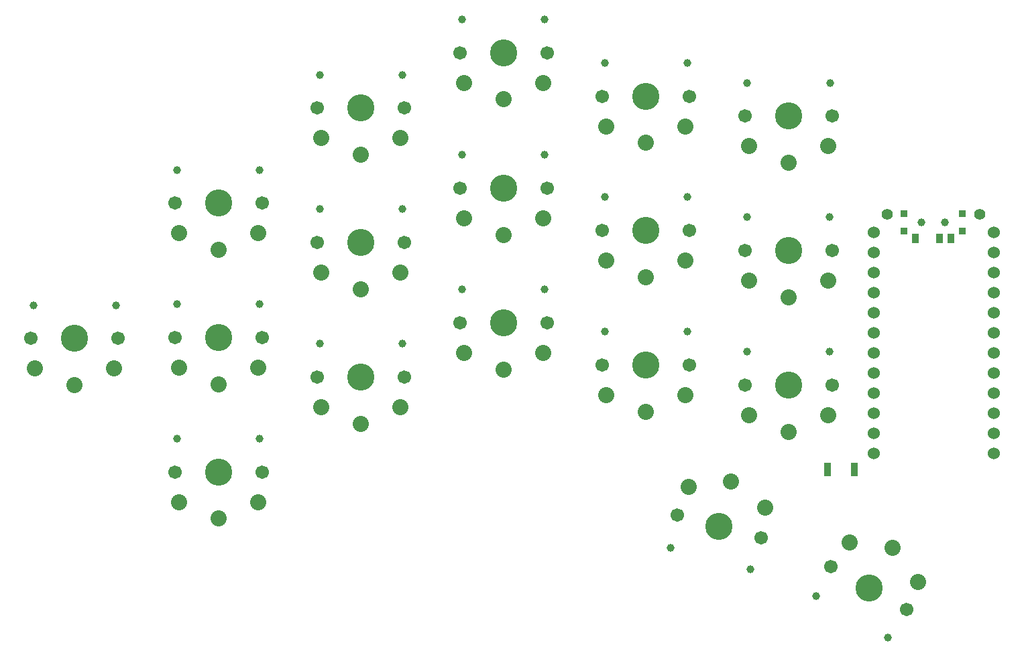
<source format=gbr>
%TF.GenerationSoftware,KiCad,Pcbnew,(6.0.2-0)*%
%TF.CreationDate,2022-03-04T16:27:52-06:00*%
%TF.ProjectId,Exkeylibur,45786b65-796c-4696-9275-722e6b696361,rev?*%
%TF.SameCoordinates,Original*%
%TF.FileFunction,Soldermask,Bot*%
%TF.FilePolarity,Negative*%
%FSLAX46Y46*%
G04 Gerber Fmt 4.6, Leading zero omitted, Abs format (unit mm)*
G04 Created by KiCad (PCBNEW (6.0.2-0)) date 2022-03-04 16:27:52*
%MOMM*%
%LPD*%
G01*
G04 APERTURE LIST*
%ADD10C,0.990600*%
%ADD11C,3.429000*%
%ADD12C,1.701800*%
%ADD13C,2.032000*%
%ADD14C,1.524000*%
%ADD15C,1.397000*%
%ADD16C,1.000000*%
%ADD17R,0.900000X0.900000*%
%ADD18R,0.900000X1.250000*%
%ADD19R,0.900000X1.700000*%
G04 APERTURE END LIST*
D10*
%TO.C,SW7*%
X114975518Y-95304349D03*
D11*
X111020425Y-89896425D03*
D12*
X116333017Y-91319930D03*
X105707833Y-88472920D03*
D10*
X104891252Y-92602278D03*
D13*
X112547457Y-84197463D03*
X116833567Y-87520002D03*
X107174308Y-84931812D03*
%TD*%
D14*
%TO.C,U1*%
X145728935Y-52721212D03*
X145728935Y-55261212D03*
X145728935Y-57801212D03*
X145728935Y-60341212D03*
X145728935Y-62881212D03*
X145728935Y-65421212D03*
X145728935Y-67961212D03*
X145728935Y-70501212D03*
X145728935Y-73041212D03*
X145728935Y-75581212D03*
X145728935Y-78121212D03*
X145728935Y-80661212D03*
X130508935Y-80661212D03*
X130508935Y-78121212D03*
X130508935Y-75581212D03*
X130508935Y-73041212D03*
X130508935Y-70501212D03*
X130508935Y-67961212D03*
X130508935Y-65421212D03*
X130508935Y-62881212D03*
X130508935Y-60341212D03*
X130508935Y-57801212D03*
X130508935Y-55261212D03*
X130508935Y-52721212D03*
%TD*%
D11*
%TO.C,SW16*%
X83795535Y-64151212D03*
D10*
X89015535Y-59951212D03*
D12*
X89295535Y-64151212D03*
D10*
X78575535Y-59951212D03*
D12*
X78295535Y-64151212D03*
D13*
X83795535Y-70051212D03*
X88795535Y-67951212D03*
X78795535Y-67951212D03*
%TD*%
D10*
%TO.C,SW1*%
X132351078Y-103933732D03*
D11*
X129930425Y-97686425D03*
D12*
X134693565Y-100436425D03*
X125167285Y-94936425D03*
D10*
X123309772Y-98713732D03*
D13*
X132880425Y-92576875D03*
X136160552Y-96895528D03*
X127500298Y-91895528D03*
%TD*%
D10*
%TO.C,SW15*%
X71015535Y-66809212D03*
X60575535Y-66809212D03*
D11*
X65795535Y-71009212D03*
D12*
X60295535Y-71009212D03*
X71295535Y-71009212D03*
D13*
X65795535Y-76909212D03*
X70795535Y-74809212D03*
X60795535Y-74809212D03*
%TD*%
D10*
%TO.C,SW13*%
X24440425Y-61916425D03*
D12*
X35160425Y-66116425D03*
D10*
X34880425Y-61916425D03*
D12*
X24160425Y-66116425D03*
D11*
X29660425Y-66116425D03*
D13*
X29660425Y-72016425D03*
X24660425Y-69916425D03*
X34660425Y-69916425D03*
%TD*%
D12*
%TO.C,SW17*%
X96295535Y-69485212D03*
D10*
X96575535Y-65285212D03*
D11*
X101795535Y-69485212D03*
D12*
X107295535Y-69485212D03*
D10*
X107015535Y-65285212D03*
D13*
X101795535Y-75385212D03*
X96795535Y-73285212D03*
X106795535Y-73285212D03*
%TD*%
D11*
%TO.C,SW18*%
X119775535Y-72025212D03*
D10*
X124995535Y-67825212D03*
D12*
X114275535Y-72025212D03*
X125275535Y-72025212D03*
D10*
X114555535Y-67825212D03*
D13*
X119775535Y-77925212D03*
X114775535Y-75825212D03*
X124775535Y-75825212D03*
%TD*%
D11*
%TO.C,SW4*%
X83795535Y-30017212D03*
D10*
X78575535Y-25817212D03*
D12*
X89295535Y-30017212D03*
X78295535Y-30017212D03*
D10*
X89015535Y-25817212D03*
D13*
X83795535Y-35917212D03*
X88795535Y-33817212D03*
X78795535Y-33817212D03*
%TD*%
D10*
%TO.C,SW3*%
X60575535Y-32817212D03*
X71015535Y-32817212D03*
D12*
X71295535Y-37017212D03*
D11*
X65795535Y-37017212D03*
D12*
X60295535Y-37017212D03*
D13*
X65795535Y-42917212D03*
X70795535Y-40817212D03*
X60795535Y-40817212D03*
%TD*%
D11*
%TO.C,SW9*%
X65795535Y-53991212D03*
D10*
X71015535Y-49791212D03*
D12*
X71295535Y-53991212D03*
X60295535Y-53991212D03*
D10*
X60575535Y-49791212D03*
D13*
X65795535Y-59891212D03*
X60795535Y-57791212D03*
X70795535Y-57791212D03*
%TD*%
D11*
%TO.C,SW14*%
X47795535Y-83017212D03*
D12*
X53295535Y-83017212D03*
X42295535Y-83017212D03*
D10*
X42575535Y-78817212D03*
X53015535Y-78817212D03*
D13*
X47795535Y-88917212D03*
X52795535Y-86817212D03*
X42795535Y-86817212D03*
%TD*%
D11*
%TO.C,SW12*%
X119775535Y-55007212D03*
D12*
X125275535Y-55007212D03*
X114275535Y-55007212D03*
D10*
X124995535Y-50807212D03*
X114555535Y-50807212D03*
D13*
X119775535Y-60907212D03*
X124775535Y-58807212D03*
X114775535Y-58807212D03*
%TD*%
D12*
%TO.C,SW11*%
X96295535Y-52467212D03*
D11*
X101795535Y-52467212D03*
D10*
X107015535Y-48267212D03*
X96575535Y-48267212D03*
D12*
X107295535Y-52467212D03*
D13*
X101795535Y-58367212D03*
X96795535Y-56267212D03*
X106795535Y-56267212D03*
%TD*%
D12*
%TO.C,SW8*%
X42295535Y-66017212D03*
D10*
X42575535Y-61817212D03*
D12*
X53295535Y-66017212D03*
D11*
X47795535Y-66017212D03*
D10*
X53015535Y-61817212D03*
D13*
X47795535Y-71917212D03*
X42795535Y-69817212D03*
X52795535Y-69817212D03*
%TD*%
D10*
%TO.C,SW6*%
X125015535Y-33817212D03*
X114575535Y-33817212D03*
D11*
X119795535Y-38017212D03*
D12*
X125295535Y-38017212D03*
X114295535Y-38017212D03*
D13*
X119795535Y-43917212D03*
X124795535Y-41817212D03*
X114795535Y-41817212D03*
%TD*%
D12*
%TO.C,SW5*%
X96295535Y-35517212D03*
D10*
X107015535Y-31317212D03*
X96575535Y-31317212D03*
D12*
X107295535Y-35517212D03*
D11*
X101795535Y-35517212D03*
D13*
X101795535Y-41417212D03*
X96795535Y-39317212D03*
X106795535Y-39317212D03*
%TD*%
D12*
%TO.C,SW2*%
X53295535Y-49017212D03*
D10*
X42575535Y-44817212D03*
D12*
X42295535Y-49017212D03*
D11*
X47795535Y-49017212D03*
D10*
X53015535Y-44817212D03*
D13*
X47795535Y-54917212D03*
X42795535Y-52817212D03*
X52795535Y-52817212D03*
%TD*%
D10*
%TO.C,SW10*%
X89015535Y-42933212D03*
D11*
X83795535Y-47133212D03*
D10*
X78575535Y-42933212D03*
D12*
X78295535Y-47133212D03*
X89295535Y-47133212D03*
D13*
X83795535Y-53033212D03*
X88795535Y-50933212D03*
X78795535Y-50933212D03*
%TD*%
D15*
%TO.C,BT_V1*%
X143905535Y-50435212D03*
%TD*%
%TO.C,BT_GND1*%
X132221535Y-50435212D03*
%TD*%
D16*
%TO.C,PWR_SW1*%
X139566802Y-51454137D03*
X136566802Y-51454137D03*
%TD*%
%TO.C,PWR_SW1*%
X139563535Y-51451212D03*
X136563535Y-51451212D03*
D17*
X141763535Y-52551212D03*
X134363535Y-50351212D03*
X141763535Y-50351212D03*
X134363535Y-52551212D03*
D18*
X135813535Y-53526212D03*
X138813535Y-53526212D03*
X140313535Y-53526212D03*
%TD*%
D19*
%TO.C,RSW1*%
X124686802Y-82691637D03*
X128086802Y-82691637D03*
%TD*%
M02*

</source>
